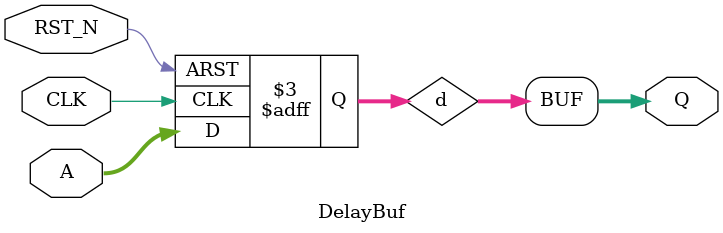
<source format=v>
 module DelayBuf
  (
   input 		 RST_N,
   input 		 CLK,

   input [31:0]  A,
   output [31:0] Q

   );

   reg [31:0] 	 d;

   always @(posedge CLK or negedge RST_N) begin
	  if(!RST_N) begin
		 d <= 0;
	  end else begin
		 d <= A;
	  end
   end
   assign Q = d;

endmodule // DelayBuf

</source>
